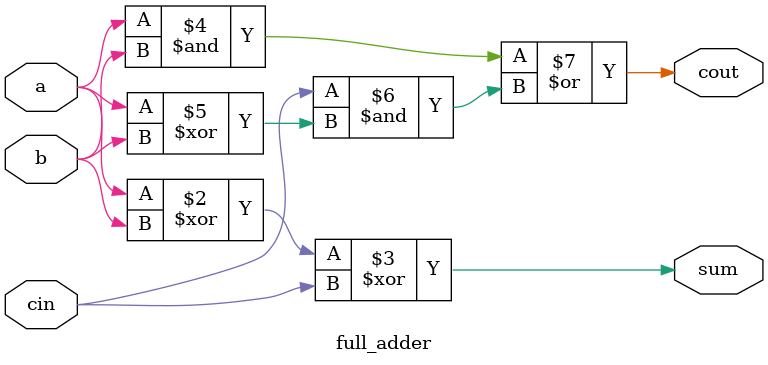
<source format=sv>

module full_adder(input a,b,cin,
                 output reg sum, cout);
  
  //behavioral modeling
  always @(*)
    begin
   sum = a ^ b ^ cin;
   cout = a & b | cin & (a ^ b);
    end
endmodule
</source>
